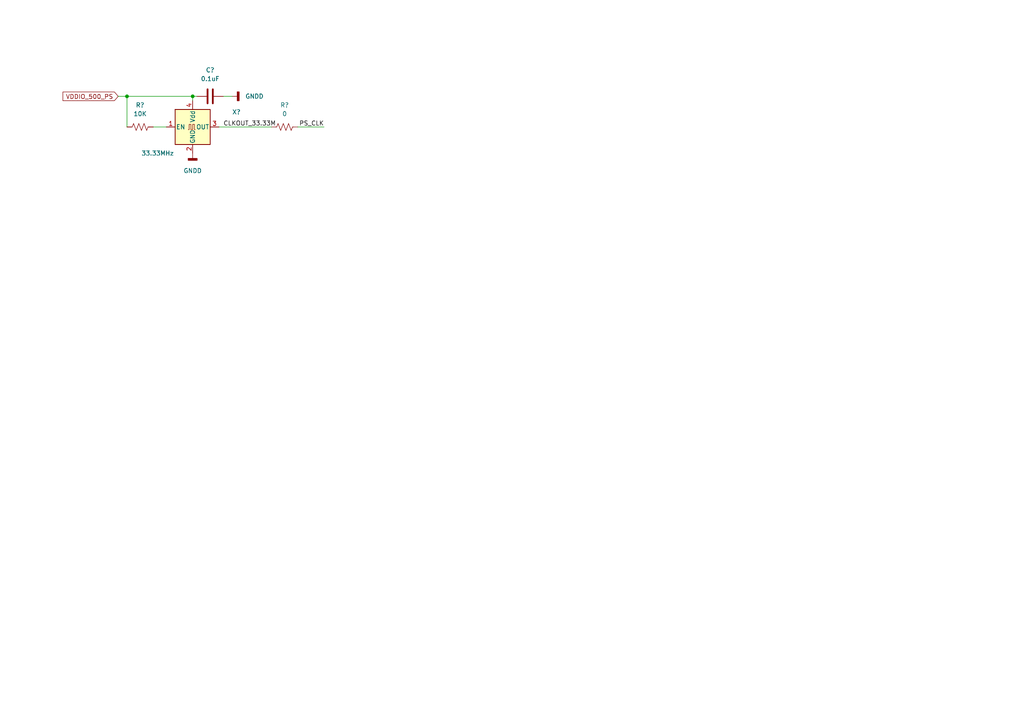
<source format=kicad_sch>
(kicad_sch (version 20211123) (generator eeschema)
  (paper "A4")
  (lib_symbols
    (symbol "Device:C" (pin_numbers hide) (pin_names (offset 0.254))
      (property "Reference" "C" (at 0.635 2.54 0))
      (property "Value" "C" (at 0.635 -2.54 0))
      (symbol "C_0_1"
        (polyline (pts (xy -2.032 -0.762) (xy 2.032 -0.762)) (stroke (width 0.508)))
        (polyline (pts (xy -2.032 0.762) (xy 2.032 0.762)) (stroke (width 0.508)))
      )
      (symbol "C_1_1"
        (pin passive line (at 0 3.81 270) (length 2.794) (name "~") (number "1"))
        (pin passive line (at 0 -3.81 90) (length 2.794) (name "~") (number "2"))
      )
    )
    (symbol "Device:R_US" (pin_numbers hide) (pin_names (offset 0))
      (property "Reference" "R" (at 2.54 0 90))
      (property "Value" "R_US" (at -2.54 0 90))
      (symbol "R_US_0_1"
        (polyline (pts (xy 0 -2.286) (xy 0 -2.54)))
        (polyline (pts (xy 0 2.286) (xy 0 2.54)))
        (polyline (pts (xy 0 -0.762) (xy 1.016 -1.143) (xy 0 -1.524) (xy -1.016 -1.905) (xy 0 -2.286)))
        (polyline (pts (xy 0 0.762) (xy 1.016 0.381) (xy 0 0) (xy -1.016 -0.381) (xy 0 -0.762)))
        (polyline (pts (xy 0 2.286) (xy 1.016 1.905) (xy 0 1.524) (xy -1.016 1.143) (xy 0 0.762)))
      )
      (symbol "R_US_1_1"
        (pin passive line (at 0 3.81 270) (length 1.27) (name "~") (number "1"))
        (pin passive line (at 0 -3.81 90) (length 1.27) (name "~") (number "2"))
      )
    )
    (symbol "Oscillator:ASV-xxxMHz" (pin_names (offset 0.254))
      (property "Reference" "X" (at -5.08 6.35 0))
      (property "Value" "ASV-xxxMHz" (at 1.27 -6.35 0))
      (symbol "ASV-xxxMHz_0_1"
        (rectangle (start -5.08 5.08) (end 5.08 -5.08) (stroke (width 0.254)) (fill (type background)))
        (polyline (pts (xy -1.27 -0.762) (xy -1.016 -0.762) (xy -1.016 0.762) (xy -0.508 0.762) (xy -0.508 -0.762) (xy 0 -0.762) (xy 0 0.762) (xy 0.508 0.762) (xy 0.508 -0.762) (xy 0.762 -0.762)))
      )
      (symbol "ASV-xxxMHz_1_1"
        (pin input line (at -7.62 0 0) (length 2.54) (name "EN") (number "1"))
        (pin power_in line (at 0 -7.62 90) (length 2.54) (name "GND") (number "2"))
        (pin output line (at 7.62 0 180) (length 2.54) (name "OUT") (number "3"))
        (pin power_in line (at 0 7.62 270) (length 2.54) (name "Vdd") (number "4"))
      )
    )
    (symbol "power:GNDD" (power) (pin_names (offset 0))
      (property "Value" "GNDD" (at 0 -3.175 0))
      (symbol "GNDD_0_1"
        (rectangle (start -1.27 -1.524) (end 1.27 -2.032) (stroke (width 0.254)) (fill (type outline)))
        (polyline (pts (xy 0 0) (xy 0 -1.524)))
      )
      (symbol "GNDD_1_1"
        (pin power_in line (at 0 0 270) (length 0) hide (name "GNDD") (number "1"))
      )
    )
  )
  (junction (at 55.88 27.94))
  (junction (at 36.83 27.94))
  (wire (pts (xy 36.83 27.94) (xy 36.83 36.83)))
  (wire (pts (xy 44.45 36.83) (xy 48.26 36.83)))
  (wire (pts (xy 63.5 36.83) (xy 78.74 36.83)))
  (wire (pts (xy 34.29 27.94) (xy 36.83 27.94)))
  (wire (pts (xy 36.83 27.94) (xy 55.88 27.94)))
  (wire (pts (xy 86.36 36.83) (xy 93.98 36.83)))
  (wire (pts (xy 55.88 27.94) (xy 55.88 29.21)))
  (wire (pts (xy 55.88 27.94) (xy 57.15 27.94)))
  (wire (pts (xy 64.77 27.94) (xy 67.31 27.94)))
  (label "CLKOUT_33.33M" (at 64.77 36.83 0))
  (label "PS_CLK" (at 93.98 36.83 180))
  (global_label "VDDIO_500_PS" (shape input) (at 34.29 27.94 180) (property "Intersheet References" "${INTERSHEET_REFS}" (effects hide)))
  (symbol (lib_id "power:GNDD") (at 67.31 27.94 90) (unit 1)
    (property "Reference" "#PWR?" (effects hide))
    (property "Value" "GNDD" (at 71.12 27.9399 90) (effects (justify right)))
  )
  (symbol (lib_id "power:GNDD") (at 55.88 44.45 0) (unit 1)
    (property "Reference" "#PWR?" (effects hide))
    (property "Value" "GNDD" (at 55.88 49.53 0))
  )
  (symbol (lib_id "Device:R_US") (at 40.64 36.83 90) (unit 1)
    (property "Reference" "R?" (at 40.64 30.48 90))
    (property "Value" "10K" (at 40.64 33.02 90))
  )
  (symbol (lib_id "Oscillator:ASV-xxxMHz") (at 55.88 36.83 0) (unit 1)
    (property "Reference" "X?" (at 68.58 32.4993 0))
    (property "Value" "33.33MHz" (at 45.72 44.45 0))
    (property "Footprint" "Oscillator:Oscillator_SMD_Abracon_ASV-4Pin_7.0x5.1mm" (effects hide))
    (property "Datasheet" "http://www.abracon.com/Oscillators/ASV.pdf" (effects hide))
  )
  (symbol (lib_id "Device:C") (at 60.96 27.94 90) (unit 1)
    (property "Reference" "C?" (at 60.96 20.32 90))
    (property "Value" "0.1uF" (at 60.96 22.86 90))
  )
  (symbol (lib_id "Device:R_US") (at 82.55 36.83 90) (unit 1)
    (property "Reference" "R?" (at 82.55 30.48 90))
    (property "Value" "0" (at 82.55 33.02 90))
  )
)
</source>
